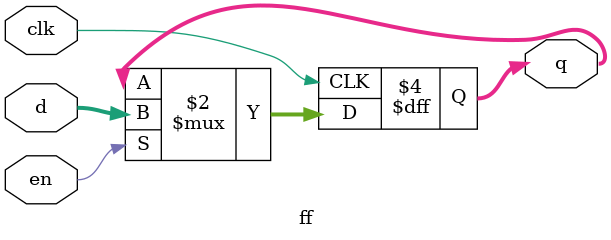
<source format=v>
module ff(
    input clk,en,
    input [31:0]d,
    output reg [31:0]q
);

always @(posedge clk) 
begin
    if(en) 
    begin
        q <= d;
    end
end

endmodule
</source>
